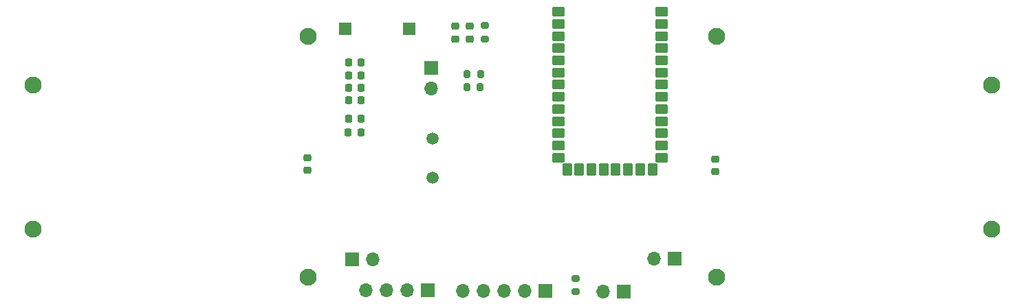
<source format=gts>
G04 #@! TF.GenerationSoftware,KiCad,Pcbnew,7.0.1*
G04 #@! TF.CreationDate,2024-07-14T18:55:08+02:00*
G04 #@! TF.ProjectId,Gruzik2.0,4772757a-696b-4322-9e30-2e6b69636164,rev?*
G04 #@! TF.SameCoordinates,Original*
G04 #@! TF.FileFunction,Soldermask,Top*
G04 #@! TF.FilePolarity,Negative*
%FSLAX46Y46*%
G04 Gerber Fmt 4.6, Leading zero omitted, Abs format (unit mm)*
G04 Created by KiCad (PCBNEW 7.0.1) date 2024-07-14 18:55:08*
%MOMM*%
%LPD*%
G01*
G04 APERTURE LIST*
G04 Aperture macros list*
%AMRoundRect*
0 Rectangle with rounded corners*
0 $1 Rounding radius*
0 $2 $3 $4 $5 $6 $7 $8 $9 X,Y pos of 4 corners*
0 Add a 4 corners polygon primitive as box body*
4,1,4,$2,$3,$4,$5,$6,$7,$8,$9,$2,$3,0*
0 Add four circle primitives for the rounded corners*
1,1,$1+$1,$2,$3*
1,1,$1+$1,$4,$5*
1,1,$1+$1,$6,$7*
1,1,$1+$1,$8,$9*
0 Add four rect primitives between the rounded corners*
20,1,$1+$1,$2,$3,$4,$5,0*
20,1,$1+$1,$4,$5,$6,$7,0*
20,1,$1+$1,$6,$7,$8,$9,0*
20,1,$1+$1,$8,$9,$2,$3,0*%
G04 Aperture macros list end*
%ADD10RoundRect,0.102000X-0.650000X-0.500000X0.650000X-0.500000X0.650000X0.500000X-0.650000X0.500000X0*%
%ADD11RoundRect,0.102000X0.500000X-0.650000X0.500000X0.650000X-0.500000X0.650000X-0.500000X-0.650000X0*%
%ADD12RoundRect,0.102000X0.650000X0.500000X-0.650000X0.500000X-0.650000X-0.500000X0.650000X-0.500000X0*%
%ADD13RoundRect,0.225000X0.250000X-0.225000X0.250000X0.225000X-0.250000X0.225000X-0.250000X-0.225000X0*%
%ADD14C,2.100000*%
%ADD15R,1.700000X1.700000*%
%ADD16O,1.700000X1.700000*%
%ADD17RoundRect,0.200000X-0.275000X0.200000X-0.275000X-0.200000X0.275000X-0.200000X0.275000X0.200000X0*%
%ADD18RoundRect,0.200000X0.275000X-0.200000X0.275000X0.200000X-0.275000X0.200000X-0.275000X-0.200000X0*%
%ADD19RoundRect,0.200000X0.200000X0.275000X-0.200000X0.275000X-0.200000X-0.275000X0.200000X-0.275000X0*%
%ADD20RoundRect,0.225000X0.225000X0.250000X-0.225000X0.250000X-0.225000X-0.250000X0.225000X-0.250000X0*%
%ADD21R,1.500000X1.500000*%
%ADD22RoundRect,0.218750X-0.256250X0.218750X-0.256250X-0.218750X0.256250X-0.218750X0.256250X0.218750X0*%
%ADD23C,1.500000*%
G04 APERTURE END LIST*
D10*
X105980000Y-135095000D03*
X105980000Y-136595000D03*
X105980000Y-138095000D03*
X105980000Y-139595000D03*
X105980000Y-141095000D03*
X105980000Y-142595000D03*
X105980000Y-144095000D03*
X105980000Y-145595000D03*
X105980000Y-147095000D03*
X105980000Y-148595000D03*
X105980000Y-150095000D03*
X105980000Y-151595000D03*
X105980000Y-153095000D03*
D11*
X107080000Y-154595000D03*
X108580000Y-154595000D03*
X110080000Y-154595000D03*
X111580000Y-154595000D03*
X113080000Y-154595000D03*
X114580000Y-154595000D03*
X116080000Y-154595000D03*
X117580000Y-154595000D03*
D12*
X118680000Y-153095000D03*
X118680000Y-151595000D03*
X118680000Y-150095000D03*
X118680000Y-148595000D03*
X118680000Y-147095000D03*
X118680000Y-145595000D03*
X118680000Y-144095000D03*
X118680000Y-142595000D03*
X118680000Y-141095000D03*
X118680000Y-139595000D03*
X118680000Y-138095000D03*
X118680000Y-136595000D03*
X118680000Y-135095000D03*
D13*
X125310000Y-154835000D03*
X125310000Y-153285000D03*
D14*
X125476000Y-138176000D03*
D15*
X80610000Y-165630000D03*
D16*
X83150000Y-165630000D03*
D14*
X125476000Y-167894000D03*
D17*
X96930000Y-136820000D03*
X96930000Y-138470000D03*
D18*
X108120000Y-169660000D03*
X108120000Y-168010000D03*
D19*
X96415000Y-142820000D03*
X94765000Y-142820000D03*
D20*
X81760000Y-144470000D03*
X80210000Y-144470000D03*
D15*
X114030000Y-169660000D03*
D16*
X111490000Y-169660000D03*
D21*
X79810000Y-137210000D03*
X87610000Y-137210000D03*
D15*
X104420000Y-169540000D03*
D16*
X101880000Y-169540000D03*
X99340000Y-169540000D03*
X96800000Y-169540000D03*
X94260000Y-169540000D03*
D20*
X81760000Y-142930000D03*
X80210000Y-142930000D03*
D14*
X75184000Y-167894000D03*
D15*
X120360000Y-165600000D03*
D16*
X117820000Y-165600000D03*
D19*
X96395000Y-144400000D03*
X94745000Y-144400000D03*
D20*
X81760000Y-146010000D03*
X80210000Y-146010000D03*
D15*
X90385000Y-142000000D03*
D16*
X90385000Y-144540000D03*
D13*
X93300000Y-138450000D03*
X93300000Y-136900000D03*
D22*
X95130000Y-136880000D03*
X95130000Y-138455000D03*
D14*
X159338000Y-161925000D03*
D23*
X90560000Y-155620000D03*
X90560000Y-150740000D03*
D13*
X75100000Y-154670000D03*
X75100000Y-153120000D03*
D14*
X75184000Y-138176000D03*
X159338000Y-144145000D03*
D20*
X81695000Y-149970000D03*
X80145000Y-149970000D03*
D15*
X89910000Y-169500000D03*
D16*
X87370000Y-169500000D03*
X84830000Y-169500000D03*
X82290000Y-169500000D03*
D14*
X41322000Y-161925000D03*
D20*
X81755000Y-141360000D03*
X80205000Y-141360000D03*
D14*
X41322000Y-144145000D03*
D20*
X81705000Y-148270000D03*
X80155000Y-148270000D03*
M02*

</source>
